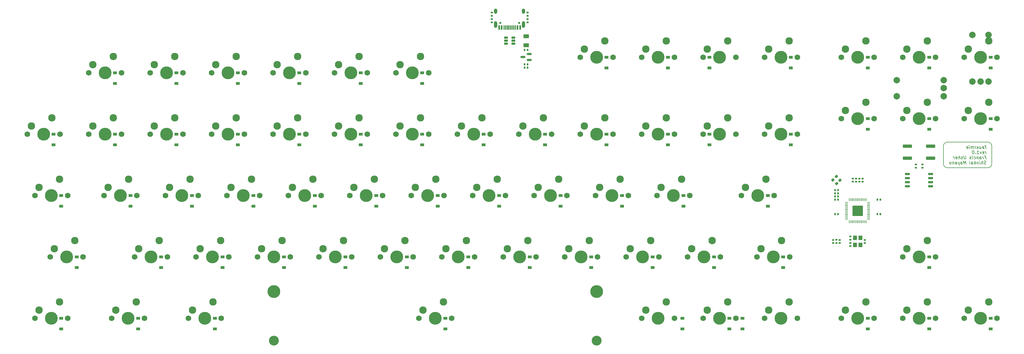
<source format=gbr>
%TF.GenerationSoftware,KiCad,Pcbnew,7.0.9*%
%TF.CreationDate,2024-01-10T17:03:39-08:00*%
%TF.ProjectId,40s-2040rmie,3430732d-3230-4343-9072-6d69652e6b69,rev?*%
%TF.SameCoordinates,Original*%
%TF.FileFunction,Soldermask,Bot*%
%TF.FilePolarity,Negative*%
%FSLAX46Y46*%
G04 Gerber Fmt 4.6, Leading zero omitted, Abs format (unit mm)*
G04 Created by KiCad (PCBNEW 7.0.9) date 2024-01-10 17:03:39*
%MOMM*%
%LPD*%
G01*
G04 APERTURE LIST*
G04 Aperture macros list*
%AMRoundRect*
0 Rectangle with rounded corners*
0 $1 Rounding radius*
0 $2 $3 $4 $5 $6 $7 $8 $9 X,Y pos of 4 corners*
0 Add a 4 corners polygon primitive as box body*
4,1,4,$2,$3,$4,$5,$6,$7,$8,$9,$2,$3,0*
0 Add four circle primitives for the rounded corners*
1,1,$1+$1,$2,$3*
1,1,$1+$1,$4,$5*
1,1,$1+$1,$6,$7*
1,1,$1+$1,$8,$9*
0 Add four rect primitives between the rounded corners*
20,1,$1+$1,$2,$3,$4,$5,0*
20,1,$1+$1,$4,$5,$6,$7,0*
20,1,$1+$1,$6,$7,$8,$9,0*
20,1,$1+$1,$8,$9,$2,$3,0*%
G04 Aperture macros list end*
%ADD10C,0.200000*%
%ADD11C,1.750000*%
%ADD12C,3.987800*%
%ADD13C,2.300000*%
%ADD14C,2.000000*%
%ADD15C,3.048000*%
%ADD16RoundRect,0.140000X-0.140000X-0.170000X0.140000X-0.170000X0.140000X0.170000X-0.140000X0.170000X0*%
%ADD17R,1.200000X0.900000*%
%ADD18RoundRect,0.135000X0.185000X-0.135000X0.185000X0.135000X-0.185000X0.135000X-0.185000X-0.135000X0*%
%ADD19RoundRect,0.140000X0.140000X0.170000X-0.140000X0.170000X-0.140000X-0.170000X0.140000X-0.170000X0*%
%ADD20RoundRect,0.200000X-0.335876X-0.053033X-0.053033X-0.335876X0.335876X0.053033X0.053033X0.335876X0*%
%ADD21RoundRect,0.135000X-0.185000X0.135000X-0.185000X-0.135000X0.185000X-0.135000X0.185000X0.135000X0*%
%ADD22R,1.200000X1.400000*%
%ADD23RoundRect,0.140000X0.170000X-0.140000X0.170000X0.140000X-0.170000X0.140000X-0.170000X-0.140000X0*%
%ADD24RoundRect,0.140000X-0.170000X0.140000X-0.170000X-0.140000X0.170000X-0.140000X0.170000X0.140000X0*%
%ADD25RoundRect,0.150000X0.587500X0.150000X-0.587500X0.150000X-0.587500X-0.150000X0.587500X-0.150000X0*%
%ADD26RoundRect,0.250000X0.625000X-0.375000X0.625000X0.375000X-0.625000X0.375000X-0.625000X-0.375000X0*%
%ADD27RoundRect,0.150000X0.650000X0.150000X-0.650000X0.150000X-0.650000X-0.150000X0.650000X-0.150000X0*%
%ADD28C,0.650000*%
%ADD29R,0.600000X1.450000*%
%ADD30R,0.300000X1.450000*%
%ADD31O,1.000000X1.600000*%
%ADD32O,1.000000X2.100000*%
%ADD33RoundRect,0.050000X0.387500X0.050000X-0.387500X0.050000X-0.387500X-0.050000X0.387500X-0.050000X0*%
%ADD34RoundRect,0.050000X0.050000X0.387500X-0.050000X0.387500X-0.050000X-0.387500X0.050000X-0.387500X0*%
%ADD35RoundRect,0.144000X1.456000X1.456000X-1.456000X1.456000X-1.456000X-1.456000X1.456000X-1.456000X0*%
%ADD36RoundRect,0.275000X-1.125000X-0.275000X1.125000X-0.275000X1.125000X0.275000X-1.125000X0.275000X0*%
%ADD37RoundRect,0.150000X-0.475000X-0.150000X0.475000X-0.150000X0.475000X0.150000X-0.475000X0.150000X0*%
G04 APERTURE END LIST*
D10*
X280245950Y-21519750D02*
G75*
G03*
X278995950Y-22769750I50J-1250050D01*
G01*
X278995950Y-28269750D02*
X278995950Y-22769750D01*
X292745950Y-29519750D02*
G75*
G03*
X293995950Y-28269750I-50J1250050D01*
G01*
X293995950Y-22769750D02*
G75*
G03*
X292745950Y-21519750I-1250050J-50D01*
G01*
X278995950Y-28269750D02*
G75*
G03*
X280245950Y-29519750I1250050J50D01*
G01*
X292745950Y-29519750D02*
X280245950Y-29519750D01*
X293995950Y-22769750D02*
X293995950Y-28269750D01*
X280245950Y-21519750D02*
X292745950Y-21519750D01*
X292249527Y-22890302D02*
X291868575Y-22890302D01*
X292190004Y-23556969D02*
X292082861Y-22699826D01*
X292082861Y-22699826D02*
X292023337Y-22604588D01*
X292023337Y-22604588D02*
X291922147Y-22556969D01*
X291922147Y-22556969D02*
X291826908Y-22556969D01*
X291190003Y-23556969D02*
X291124527Y-23033159D01*
X291124527Y-23033159D02*
X291160241Y-22937921D01*
X291160241Y-22937921D02*
X291249527Y-22890302D01*
X291249527Y-22890302D02*
X291440003Y-22890302D01*
X291440003Y-22890302D02*
X291541194Y-22937921D01*
X291184051Y-23509350D02*
X291285241Y-23556969D01*
X291285241Y-23556969D02*
X291523337Y-23556969D01*
X291523337Y-23556969D02*
X291612622Y-23509350D01*
X291612622Y-23509350D02*
X291648337Y-23414111D01*
X291648337Y-23414111D02*
X291636432Y-23318873D01*
X291636432Y-23318873D02*
X291576908Y-23223635D01*
X291576908Y-23223635D02*
X291475718Y-23176016D01*
X291475718Y-23176016D02*
X291237622Y-23176016D01*
X291237622Y-23176016D02*
X291136432Y-23128397D01*
X290201908Y-22890302D02*
X290285241Y-23556969D01*
X290630479Y-22890302D02*
X290695956Y-23414111D01*
X290695956Y-23414111D02*
X290660241Y-23509350D01*
X290660241Y-23509350D02*
X290570956Y-23556969D01*
X290570956Y-23556969D02*
X290428098Y-23556969D01*
X290428098Y-23556969D02*
X290326908Y-23509350D01*
X290326908Y-23509350D02*
X290273336Y-23461730D01*
X289904289Y-23556969D02*
X289297146Y-22890302D01*
X289820955Y-22890302D02*
X289380479Y-23556969D01*
X288999527Y-23556969D02*
X288916193Y-22890302D01*
X288940003Y-23080778D02*
X288880479Y-22985540D01*
X288880479Y-22985540D02*
X288826908Y-22937921D01*
X288826908Y-22937921D02*
X288725717Y-22890302D01*
X288725717Y-22890302D02*
X288630479Y-22890302D01*
X288380479Y-23556969D02*
X288297145Y-22890302D01*
X288309050Y-22985540D02*
X288255479Y-22937921D01*
X288255479Y-22937921D02*
X288154288Y-22890302D01*
X288154288Y-22890302D02*
X288011431Y-22890302D01*
X288011431Y-22890302D02*
X287922145Y-22937921D01*
X287922145Y-22937921D02*
X287886431Y-23033159D01*
X287886431Y-23033159D02*
X287951907Y-23556969D01*
X287886431Y-23033159D02*
X287826907Y-22937921D01*
X287826907Y-22937921D02*
X287725717Y-22890302D01*
X287725717Y-22890302D02*
X287582860Y-22890302D01*
X287582860Y-22890302D02*
X287493574Y-22937921D01*
X287493574Y-22937921D02*
X287457860Y-23033159D01*
X287457860Y-23033159D02*
X287523336Y-23556969D01*
X287047146Y-23556969D02*
X286963812Y-22890302D01*
X286922146Y-22556969D02*
X286975717Y-22604588D01*
X286975717Y-22604588D02*
X286934050Y-22652207D01*
X286934050Y-22652207D02*
X286880479Y-22604588D01*
X286880479Y-22604588D02*
X286922146Y-22556969D01*
X286922146Y-22556969D02*
X286934050Y-22652207D01*
X286184051Y-23509350D02*
X286285241Y-23556969D01*
X286285241Y-23556969D02*
X286475718Y-23556969D01*
X286475718Y-23556969D02*
X286565003Y-23509350D01*
X286565003Y-23509350D02*
X286600718Y-23414111D01*
X286600718Y-23414111D02*
X286553099Y-23033159D01*
X286553099Y-23033159D02*
X286493575Y-22937921D01*
X286493575Y-22937921D02*
X286392384Y-22890302D01*
X286392384Y-22890302D02*
X286201908Y-22890302D01*
X286201908Y-22890302D02*
X286112622Y-22937921D01*
X286112622Y-22937921D02*
X286076908Y-23033159D01*
X286076908Y-23033159D02*
X286088813Y-23128397D01*
X286088813Y-23128397D02*
X286576908Y-23223635D01*
X292190004Y-25166969D02*
X292106670Y-24500302D01*
X292130480Y-24690778D02*
X292070956Y-24595540D01*
X292070956Y-24595540D02*
X292017385Y-24547921D01*
X292017385Y-24547921D02*
X291916194Y-24500302D01*
X291916194Y-24500302D02*
X291820956Y-24500302D01*
X291184051Y-25119350D02*
X291285241Y-25166969D01*
X291285241Y-25166969D02*
X291475718Y-25166969D01*
X291475718Y-25166969D02*
X291565003Y-25119350D01*
X291565003Y-25119350D02*
X291600718Y-25024111D01*
X291600718Y-25024111D02*
X291553099Y-24643159D01*
X291553099Y-24643159D02*
X291493575Y-24547921D01*
X291493575Y-24547921D02*
X291392384Y-24500302D01*
X291392384Y-24500302D02*
X291201908Y-24500302D01*
X291201908Y-24500302D02*
X291112622Y-24547921D01*
X291112622Y-24547921D02*
X291076908Y-24643159D01*
X291076908Y-24643159D02*
X291088813Y-24738397D01*
X291088813Y-24738397D02*
X291576908Y-24833635D01*
X290725717Y-24500302D02*
X290570956Y-25166969D01*
X290570956Y-25166969D02*
X290249527Y-24500302D01*
X289428098Y-25166969D02*
X289999527Y-25166969D01*
X289713812Y-25166969D02*
X289588812Y-24166969D01*
X289588812Y-24166969D02*
X289701908Y-24309826D01*
X289701908Y-24309826D02*
X289809051Y-24405064D01*
X289809051Y-24405064D02*
X289910241Y-24452683D01*
X288987622Y-25071730D02*
X288945955Y-25119350D01*
X288945955Y-25119350D02*
X288999527Y-25166969D01*
X288999527Y-25166969D02*
X289041193Y-25119350D01*
X289041193Y-25119350D02*
X288987622Y-25071730D01*
X288987622Y-25071730D02*
X288999527Y-25166969D01*
X288207860Y-24166969D02*
X288112622Y-24166969D01*
X288112622Y-24166969D02*
X288023337Y-24214588D01*
X288023337Y-24214588D02*
X287981670Y-24262207D01*
X287981670Y-24262207D02*
X287945956Y-24357445D01*
X287945956Y-24357445D02*
X287922146Y-24547921D01*
X287922146Y-24547921D02*
X287951908Y-24786016D01*
X287951908Y-24786016D02*
X288023337Y-24976492D01*
X288023337Y-24976492D02*
X288082860Y-25071730D01*
X288082860Y-25071730D02*
X288136432Y-25119350D01*
X288136432Y-25119350D02*
X288237622Y-25166969D01*
X288237622Y-25166969D02*
X288332860Y-25166969D01*
X288332860Y-25166969D02*
X288422146Y-25119350D01*
X288422146Y-25119350D02*
X288463813Y-25071730D01*
X288463813Y-25071730D02*
X288499527Y-24976492D01*
X288499527Y-24976492D02*
X288523337Y-24786016D01*
X288523337Y-24786016D02*
X288493575Y-24547921D01*
X288493575Y-24547921D02*
X288422146Y-24357445D01*
X288422146Y-24357445D02*
X288362622Y-24262207D01*
X288362622Y-24262207D02*
X288309051Y-24214588D01*
X288309051Y-24214588D02*
X288207860Y-24166969D01*
X291791194Y-26253159D02*
X292124527Y-26253159D01*
X292190004Y-26776969D02*
X292065004Y-25776969D01*
X292065004Y-25776969D02*
X291588813Y-25776969D01*
X291332861Y-26776969D02*
X291249527Y-26110302D01*
X291273337Y-26300778D02*
X291213813Y-26205540D01*
X291213813Y-26205540D02*
X291160242Y-26157921D01*
X291160242Y-26157921D02*
X291059051Y-26110302D01*
X291059051Y-26110302D02*
X290963813Y-26110302D01*
X290285241Y-26776969D02*
X290219765Y-26253159D01*
X290219765Y-26253159D02*
X290255479Y-26157921D01*
X290255479Y-26157921D02*
X290344765Y-26110302D01*
X290344765Y-26110302D02*
X290535241Y-26110302D01*
X290535241Y-26110302D02*
X290636432Y-26157921D01*
X290279289Y-26729350D02*
X290380479Y-26776969D01*
X290380479Y-26776969D02*
X290618575Y-26776969D01*
X290618575Y-26776969D02*
X290707860Y-26729350D01*
X290707860Y-26729350D02*
X290743575Y-26634111D01*
X290743575Y-26634111D02*
X290731670Y-26538873D01*
X290731670Y-26538873D02*
X290672146Y-26443635D01*
X290672146Y-26443635D02*
X290570956Y-26396016D01*
X290570956Y-26396016D02*
X290332860Y-26396016D01*
X290332860Y-26396016D02*
X290231670Y-26348397D01*
X289725717Y-26110302D02*
X289809051Y-26776969D01*
X289737622Y-26205540D02*
X289684051Y-26157921D01*
X289684051Y-26157921D02*
X289582860Y-26110302D01*
X289582860Y-26110302D02*
X289440003Y-26110302D01*
X289440003Y-26110302D02*
X289350717Y-26157921D01*
X289350717Y-26157921D02*
X289315003Y-26253159D01*
X289315003Y-26253159D02*
X289380479Y-26776969D01*
X288469765Y-26729350D02*
X288570955Y-26776969D01*
X288570955Y-26776969D02*
X288761432Y-26776969D01*
X288761432Y-26776969D02*
X288850717Y-26729350D01*
X288850717Y-26729350D02*
X288892384Y-26681730D01*
X288892384Y-26681730D02*
X288928098Y-26586492D01*
X288928098Y-26586492D02*
X288892384Y-26300778D01*
X288892384Y-26300778D02*
X288832860Y-26205540D01*
X288832860Y-26205540D02*
X288779289Y-26157921D01*
X288779289Y-26157921D02*
X288678098Y-26110302D01*
X288678098Y-26110302D02*
X288487622Y-26110302D01*
X288487622Y-26110302D02*
X288398336Y-26157921D01*
X288047146Y-26776969D02*
X287963812Y-26110302D01*
X287922146Y-25776969D02*
X287975717Y-25824588D01*
X287975717Y-25824588D02*
X287934050Y-25872207D01*
X287934050Y-25872207D02*
X287880479Y-25824588D01*
X287880479Y-25824588D02*
X287922146Y-25776969D01*
X287922146Y-25776969D02*
X287934050Y-25872207D01*
X287612622Y-26729350D02*
X287523337Y-26776969D01*
X287523337Y-26776969D02*
X287332860Y-26776969D01*
X287332860Y-26776969D02*
X287231670Y-26729350D01*
X287231670Y-26729350D02*
X287172146Y-26634111D01*
X287172146Y-26634111D02*
X287166194Y-26586492D01*
X287166194Y-26586492D02*
X287201908Y-26491254D01*
X287201908Y-26491254D02*
X287291194Y-26443635D01*
X287291194Y-26443635D02*
X287434051Y-26443635D01*
X287434051Y-26443635D02*
X287523337Y-26396016D01*
X287523337Y-26396016D02*
X287559051Y-26300778D01*
X287559051Y-26300778D02*
X287553099Y-26253159D01*
X287553099Y-26253159D02*
X287493575Y-26157921D01*
X287493575Y-26157921D02*
X287392384Y-26110302D01*
X287392384Y-26110302D02*
X287249527Y-26110302D01*
X287249527Y-26110302D02*
X287160241Y-26157921D01*
X285874527Y-25776969D02*
X285975717Y-26586492D01*
X285975717Y-26586492D02*
X285940003Y-26681730D01*
X285940003Y-26681730D02*
X285898336Y-26729350D01*
X285898336Y-26729350D02*
X285809050Y-26776969D01*
X285809050Y-26776969D02*
X285618574Y-26776969D01*
X285618574Y-26776969D02*
X285517384Y-26729350D01*
X285517384Y-26729350D02*
X285463812Y-26681730D01*
X285463812Y-26681730D02*
X285404289Y-26586492D01*
X285404289Y-26586492D02*
X285303098Y-25776969D01*
X284993574Y-26729350D02*
X284904289Y-26776969D01*
X284904289Y-26776969D02*
X284713812Y-26776969D01*
X284713812Y-26776969D02*
X284612622Y-26729350D01*
X284612622Y-26729350D02*
X284553098Y-26634111D01*
X284553098Y-26634111D02*
X284547146Y-26586492D01*
X284547146Y-26586492D02*
X284582860Y-26491254D01*
X284582860Y-26491254D02*
X284672146Y-26443635D01*
X284672146Y-26443635D02*
X284815003Y-26443635D01*
X284815003Y-26443635D02*
X284904289Y-26396016D01*
X284904289Y-26396016D02*
X284940003Y-26300778D01*
X284940003Y-26300778D02*
X284934051Y-26253159D01*
X284934051Y-26253159D02*
X284874527Y-26157921D01*
X284874527Y-26157921D02*
X284773336Y-26110302D01*
X284773336Y-26110302D02*
X284630479Y-26110302D01*
X284630479Y-26110302D02*
X284541193Y-26157921D01*
X284142384Y-26776969D02*
X284017384Y-25776969D01*
X283713812Y-26776969D02*
X283648336Y-26253159D01*
X283648336Y-26253159D02*
X283684050Y-26157921D01*
X283684050Y-26157921D02*
X283773336Y-26110302D01*
X283773336Y-26110302D02*
X283916193Y-26110302D01*
X283916193Y-26110302D02*
X284017384Y-26157921D01*
X284017384Y-26157921D02*
X284070955Y-26205540D01*
X282850717Y-26729350D02*
X282951907Y-26776969D01*
X282951907Y-26776969D02*
X283142384Y-26776969D01*
X283142384Y-26776969D02*
X283231669Y-26729350D01*
X283231669Y-26729350D02*
X283267384Y-26634111D01*
X283267384Y-26634111D02*
X283219765Y-26253159D01*
X283219765Y-26253159D02*
X283160241Y-26157921D01*
X283160241Y-26157921D02*
X283059050Y-26110302D01*
X283059050Y-26110302D02*
X282868574Y-26110302D01*
X282868574Y-26110302D02*
X282779288Y-26157921D01*
X282779288Y-26157921D02*
X282743574Y-26253159D01*
X282743574Y-26253159D02*
X282755479Y-26348397D01*
X282755479Y-26348397D02*
X283243574Y-26443635D01*
X282380479Y-26776969D02*
X282297145Y-26110302D01*
X282320955Y-26300778D02*
X282261431Y-26205540D01*
X282261431Y-26205540D02*
X282207860Y-26157921D01*
X282207860Y-26157921D02*
X282106669Y-26110302D01*
X282106669Y-26110302D02*
X282011431Y-26110302D01*
X292231670Y-28339350D02*
X292094766Y-28386969D01*
X292094766Y-28386969D02*
X291856670Y-28386969D01*
X291856670Y-28386969D02*
X291755480Y-28339350D01*
X291755480Y-28339350D02*
X291701908Y-28291730D01*
X291701908Y-28291730D02*
X291642385Y-28196492D01*
X291642385Y-28196492D02*
X291630480Y-28101254D01*
X291630480Y-28101254D02*
X291666194Y-28006016D01*
X291666194Y-28006016D02*
X291707861Y-27958397D01*
X291707861Y-27958397D02*
X291797147Y-27910778D01*
X291797147Y-27910778D02*
X291981670Y-27863159D01*
X291981670Y-27863159D02*
X292070956Y-27815540D01*
X292070956Y-27815540D02*
X292112623Y-27767921D01*
X292112623Y-27767921D02*
X292148337Y-27672683D01*
X292148337Y-27672683D02*
X292136432Y-27577445D01*
X292136432Y-27577445D02*
X292076908Y-27482207D01*
X292076908Y-27482207D02*
X292023337Y-27434588D01*
X292023337Y-27434588D02*
X291922147Y-27386969D01*
X291922147Y-27386969D02*
X291684051Y-27386969D01*
X291684051Y-27386969D02*
X291547147Y-27434588D01*
X291237623Y-28386969D02*
X291112623Y-27386969D01*
X290809051Y-28386969D02*
X290743575Y-27863159D01*
X290743575Y-27863159D02*
X290779289Y-27767921D01*
X290779289Y-27767921D02*
X290868575Y-27720302D01*
X290868575Y-27720302D02*
X291011432Y-27720302D01*
X291011432Y-27720302D02*
X291112623Y-27767921D01*
X291112623Y-27767921D02*
X291166194Y-27815540D01*
X290332861Y-28386969D02*
X290249527Y-27720302D01*
X290207861Y-27386969D02*
X290261432Y-27434588D01*
X290261432Y-27434588D02*
X290219765Y-27482207D01*
X290219765Y-27482207D02*
X290166194Y-27434588D01*
X290166194Y-27434588D02*
X290207861Y-27386969D01*
X290207861Y-27386969D02*
X290219765Y-27482207D01*
X289773337Y-27720302D02*
X289856671Y-28386969D01*
X289785242Y-27815540D02*
X289731671Y-27767921D01*
X289731671Y-27767921D02*
X289630480Y-27720302D01*
X289630480Y-27720302D02*
X289487623Y-27720302D01*
X289487623Y-27720302D02*
X289398337Y-27767921D01*
X289398337Y-27767921D02*
X289362623Y-27863159D01*
X289362623Y-27863159D02*
X289428099Y-28386969D01*
X288951909Y-28386969D02*
X288826909Y-27386969D01*
X288809052Y-28006016D02*
X288570956Y-28386969D01*
X288487623Y-27720302D02*
X288916194Y-28101254D01*
X287713813Y-28386969D02*
X287648337Y-27863159D01*
X287648337Y-27863159D02*
X287684051Y-27767921D01*
X287684051Y-27767921D02*
X287773337Y-27720302D01*
X287773337Y-27720302D02*
X287963813Y-27720302D01*
X287963813Y-27720302D02*
X288065004Y-27767921D01*
X287707861Y-28339350D02*
X287809051Y-28386969D01*
X287809051Y-28386969D02*
X288047147Y-28386969D01*
X288047147Y-28386969D02*
X288136432Y-28339350D01*
X288136432Y-28339350D02*
X288172147Y-28244111D01*
X288172147Y-28244111D02*
X288160242Y-28148873D01*
X288160242Y-28148873D02*
X288100718Y-28053635D01*
X288100718Y-28053635D02*
X287999528Y-28006016D01*
X287999528Y-28006016D02*
X287761432Y-28006016D01*
X287761432Y-28006016D02*
X287660242Y-27958397D01*
X287237623Y-28386969D02*
X287154289Y-27720302D01*
X287112623Y-27386969D02*
X287166194Y-27434588D01*
X287166194Y-27434588D02*
X287124527Y-27482207D01*
X287124527Y-27482207D02*
X287070956Y-27434588D01*
X287070956Y-27434588D02*
X287112623Y-27386969D01*
X287112623Y-27386969D02*
X287124527Y-27482207D01*
X285999528Y-28386969D02*
X285874528Y-27386969D01*
X285874528Y-27386969D02*
X285630480Y-28101254D01*
X285630480Y-28101254D02*
X285207861Y-27386969D01*
X285207861Y-27386969D02*
X285332861Y-28386969D01*
X284428099Y-28386969D02*
X284362623Y-27863159D01*
X284362623Y-27863159D02*
X284398337Y-27767921D01*
X284398337Y-27767921D02*
X284487623Y-27720302D01*
X284487623Y-27720302D02*
X284678099Y-27720302D01*
X284678099Y-27720302D02*
X284779290Y-27767921D01*
X284422147Y-28339350D02*
X284523337Y-28386969D01*
X284523337Y-28386969D02*
X284761433Y-28386969D01*
X284761433Y-28386969D02*
X284850718Y-28339350D01*
X284850718Y-28339350D02*
X284886433Y-28244111D01*
X284886433Y-28244111D02*
X284874528Y-28148873D01*
X284874528Y-28148873D02*
X284815004Y-28053635D01*
X284815004Y-28053635D02*
X284713814Y-28006016D01*
X284713814Y-28006016D02*
X284475718Y-28006016D01*
X284475718Y-28006016D02*
X284374528Y-27958397D01*
X283963813Y-27720302D02*
X283809052Y-28386969D01*
X283487623Y-27720302D02*
X283809052Y-28386969D01*
X283809052Y-28386969D02*
X283934052Y-28625064D01*
X283934052Y-28625064D02*
X283987623Y-28672683D01*
X283987623Y-28672683D02*
X284088813Y-28720302D01*
X282761432Y-28386969D02*
X282695956Y-27863159D01*
X282695956Y-27863159D02*
X282731670Y-27767921D01*
X282731670Y-27767921D02*
X282820956Y-27720302D01*
X282820956Y-27720302D02*
X283011432Y-27720302D01*
X283011432Y-27720302D02*
X283112623Y-27767921D01*
X282755480Y-28339350D02*
X282856670Y-28386969D01*
X282856670Y-28386969D02*
X283094766Y-28386969D01*
X283094766Y-28386969D02*
X283184051Y-28339350D01*
X283184051Y-28339350D02*
X283219766Y-28244111D01*
X283219766Y-28244111D02*
X283207861Y-28148873D01*
X283207861Y-28148873D02*
X283148337Y-28053635D01*
X283148337Y-28053635D02*
X283047147Y-28006016D01*
X283047147Y-28006016D02*
X282809051Y-28006016D01*
X282809051Y-28006016D02*
X282707861Y-27958397D01*
X282201908Y-27720302D02*
X282285242Y-28386969D01*
X282213813Y-27815540D02*
X282160242Y-27767921D01*
X282160242Y-27767921D02*
X282059051Y-27720302D01*
X282059051Y-27720302D02*
X281916194Y-27720302D01*
X281916194Y-27720302D02*
X281826908Y-27767921D01*
X281826908Y-27767921D02*
X281791194Y-27863159D01*
X281791194Y-27863159D02*
X281856670Y-28386969D01*
X281237623Y-28386969D02*
X281326908Y-28339350D01*
X281326908Y-28339350D02*
X281368575Y-28291730D01*
X281368575Y-28291730D02*
X281404289Y-28196492D01*
X281404289Y-28196492D02*
X281368575Y-27910778D01*
X281368575Y-27910778D02*
X281309051Y-27815540D01*
X281309051Y-27815540D02*
X281255480Y-27767921D01*
X281255480Y-27767921D02*
X281154289Y-27720302D01*
X281154289Y-27720302D02*
X281011432Y-27720302D01*
X281011432Y-27720302D02*
X280922146Y-27767921D01*
X280922146Y-27767921D02*
X280880480Y-27815540D01*
X280880480Y-27815540D02*
X280844765Y-27910778D01*
X280844765Y-27910778D02*
X280880480Y-28196492D01*
X280880480Y-28196492D02*
X280940003Y-28291730D01*
X280940003Y-28291730D02*
X280993575Y-28339350D01*
X280993575Y-28339350D02*
X281094765Y-28386969D01*
X281094765Y-28386969D02*
X281237623Y-28386969D01*
D11*
%TO.C,MX3-2*%
X47307500Y-57150000D03*
D12*
X52387500Y-57150000D03*
D11*
X57467500Y-57150000D03*
D13*
X48577500Y-54610000D03*
X54927500Y-52070000D03*
%TD*%
D11*
%TO.C,MX3-14*%
X266382500Y-57150000D03*
D12*
X271462500Y-57150000D03*
D11*
X276542500Y-57150000D03*
D13*
X267652500Y-54610000D03*
X274002500Y-52070000D03*
%TD*%
D11*
%TO.C,MX0-9*%
X166370000Y4762500D03*
D12*
X171450000Y4762500D03*
D11*
X176530000Y4762500D03*
D13*
X167640000Y7302500D03*
X173990000Y9842500D03*
%TD*%
D11*
%TO.C,MX4-0*%
X-2698750Y-76200000D03*
D12*
X2381250Y-76200000D03*
D11*
X7461250Y-76200000D03*
D13*
X-1428750Y-73660000D03*
X4921250Y-71120000D03*
%TD*%
D11*
%TO.C,MX2-10*%
X190182500Y-38100000D03*
D12*
X195262500Y-38100000D03*
D11*
X200342500Y-38100000D03*
D13*
X191452500Y-35560000D03*
X197802500Y-33020000D03*
%TD*%
D11*
%TO.C,MX1-7*%
X128270000Y-19050000D03*
D12*
X133350000Y-19050000D03*
D11*
X138430000Y-19050000D03*
D13*
X129540000Y-16510000D03*
X135890000Y-13970000D03*
%TD*%
D11*
%TO.C,MX0-15*%
X285432500Y4762500D03*
D12*
X290512500Y4762500D03*
D11*
X295592500Y4762500D03*
D13*
X286702500Y7302500D03*
X293052500Y9842500D03*
%TD*%
D11*
%TO.C,MX0-2*%
X33020000Y0D03*
D12*
X38100000Y0D03*
D11*
X43180000Y0D03*
D13*
X34290000Y2540000D03*
X40640000Y5080000D03*
%TD*%
D11*
%TO.C,MX0-14*%
X266382500Y4762500D03*
D12*
X271462500Y4762500D03*
D11*
X276542500Y4762500D03*
D13*
X267652500Y7302500D03*
X274002500Y9842500D03*
%TD*%
D11*
%TO.C,MX0-3*%
X52070000Y0D03*
D12*
X57150000Y0D03*
D11*
X62230000Y0D03*
D13*
X53340000Y2540000D03*
X59690000Y5080000D03*
%TD*%
D11*
%TO.C,MX0-10*%
X185420000Y4762500D03*
D12*
X190500000Y4762500D03*
D11*
X195580000Y4762500D03*
D13*
X186690000Y7302500D03*
X193040000Y9842500D03*
%TD*%
D11*
%TO.C,MX4-10*%
X204470000Y-76200000D03*
D12*
X209550000Y-76200000D03*
D11*
X214630000Y-76200000D03*
D13*
X205740000Y-73660000D03*
X212090000Y-71120000D03*
%TD*%
D11*
%TO.C,MX1-15*%
X285432500Y-14287500D03*
D12*
X290512500Y-14287500D03*
D11*
X295592500Y-14287500D03*
D13*
X286702500Y-11747500D03*
X293052500Y-9207500D03*
%TD*%
D11*
%TO.C,MX3-3*%
X66357500Y-57150000D03*
D12*
X71437500Y-57150000D03*
D11*
X76517500Y-57150000D03*
D13*
X67627500Y-54610000D03*
X73977500Y-52070000D03*
%TD*%
D11*
%TO.C,MX1-8*%
X147320000Y-19050000D03*
D12*
X152400000Y-19050000D03*
D11*
X157480000Y-19050000D03*
D13*
X148590000Y-16510000D03*
X154940000Y-13970000D03*
%TD*%
D11*
%TO.C,MX1-14*%
X266382500Y-14287500D03*
D12*
X271462500Y-14287500D03*
D11*
X276542500Y-14287500D03*
D13*
X267652500Y-11747500D03*
X274002500Y-9207500D03*
%TD*%
D11*
%TO.C,MX1-6*%
X109220000Y-19050000D03*
D12*
X114300000Y-19050000D03*
D11*
X119380000Y-19050000D03*
D13*
X110490000Y-16510000D03*
X116840000Y-13970000D03*
%TD*%
D11*
%TO.C,MX4-5*%
X116363750Y-76200000D03*
D12*
X121443750Y-76200000D03*
D11*
X126523750Y-76200000D03*
D13*
X117633750Y-73660000D03*
X123983750Y-71120000D03*
%TD*%
D11*
%TO.C,MX2-11*%
X216376250Y-38100000D03*
D12*
X221456250Y-38100000D03*
D11*
X226536250Y-38100000D03*
D13*
X217646250Y-35560000D03*
X223996250Y-33020000D03*
%TD*%
D11*
%TO.C,MX3-10*%
X199707500Y-57150000D03*
D12*
X204787500Y-57150000D03*
D11*
X209867500Y-57150000D03*
D13*
X200977500Y-54610000D03*
X207327500Y-52070000D03*
%TD*%
D11*
%TO.C,MX2-1*%
X18732500Y-38100000D03*
D12*
X23812500Y-38100000D03*
D11*
X28892500Y-38100000D03*
D13*
X20002500Y-35560000D03*
X26352500Y-33020000D03*
%TD*%
D11*
%TO.C,MX1-4*%
X71120000Y-19050000D03*
D12*
X76200000Y-19050000D03*
D11*
X81280000Y-19050000D03*
D13*
X72390000Y-16510000D03*
X78740000Y-13970000D03*
%TD*%
D11*
%TO.C,MX3-9*%
X180657500Y-57150000D03*
D12*
X185737500Y-57150000D03*
D11*
X190817500Y-57150000D03*
D13*
X181927500Y-54610000D03*
X188277500Y-52070000D03*
%TD*%
D11*
%TO.C,MX1-13*%
X247332500Y-14287500D03*
D12*
X252412500Y-14287500D03*
D11*
X257492500Y-14287500D03*
D13*
X248602500Y-11747500D03*
X254952500Y-9207500D03*
%TD*%
D11*
%TO.C,MX3-11*%
X221138750Y-57150000D03*
D12*
X226218750Y-57150000D03*
D11*
X231298750Y-57150000D03*
D13*
X222408750Y-54610000D03*
X228758750Y-52070000D03*
%TD*%
D11*
%TO.C,MX2-8*%
X152082500Y-38100000D03*
D12*
X157162500Y-38100000D03*
D11*
X162242500Y-38100000D03*
D13*
X153352500Y-35560000D03*
X159702500Y-33020000D03*
%TD*%
D11*
%TO.C,MX2-5*%
X94932500Y-38100000D03*
D12*
X100012500Y-38100000D03*
D11*
X105092500Y-38100000D03*
D13*
X96202500Y-35560000D03*
X102552500Y-33020000D03*
%TD*%
D11*
%TO.C,MX2-3*%
X56832500Y-38100000D03*
D12*
X61912500Y-38100000D03*
D11*
X66992500Y-38100000D03*
D13*
X58102500Y-35560000D03*
X64452500Y-33020000D03*
%TD*%
D11*
%TO.C,MX3-8*%
X161607500Y-57150000D03*
D12*
X166687500Y-57150000D03*
D11*
X171767500Y-57150000D03*
D13*
X162877500Y-54610000D03*
X169227500Y-52070000D03*
%TD*%
D11*
%TO.C,MX1-11*%
X204470000Y-19050000D03*
D12*
X209550000Y-19050000D03*
D11*
X214630000Y-19050000D03*
D13*
X205740000Y-16510000D03*
X212090000Y-13970000D03*
%TD*%
D11*
%TO.C,MX4-14*%
X266382500Y-76200000D03*
D12*
X271462500Y-76200000D03*
D11*
X276542500Y-76200000D03*
D13*
X267652500Y-73660000D03*
X274002500Y-71120000D03*
%TD*%
D11*
%TO.C,MX1-1*%
X13970000Y-19050000D03*
D12*
X19050000Y-19050000D03*
D11*
X24130000Y-19050000D03*
D13*
X15240000Y-16510000D03*
X21590000Y-13970000D03*
%TD*%
D11*
%TO.C,MX3-4*%
X85407500Y-57150000D03*
D12*
X90487500Y-57150000D03*
D11*
X95567500Y-57150000D03*
D13*
X86677500Y-54610000D03*
X93027500Y-52070000D03*
%TD*%
D11*
%TO.C,MX3-5*%
X104457500Y-57150000D03*
D12*
X109537500Y-57150000D03*
D11*
X114617500Y-57150000D03*
D13*
X105727500Y-54610000D03*
X112077500Y-52070000D03*
%TD*%
D11*
%TO.C,MX0-13*%
X247332500Y4762500D03*
D12*
X252412500Y4762500D03*
D11*
X257492500Y4762500D03*
D13*
X248602500Y7302500D03*
X254952500Y9842500D03*
%TD*%
D11*
%TO.C,MX1-12*%
X223520000Y-19050000D03*
D12*
X228600000Y-19050000D03*
D11*
X233680000Y-19050000D03*
D13*
X224790000Y-16510000D03*
X231140000Y-13970000D03*
%TD*%
D11*
%TO.C,MX1-2*%
X33020000Y-19050000D03*
D12*
X38100000Y-19050000D03*
D11*
X43180000Y-19050000D03*
D13*
X34290000Y-16510000D03*
X40640000Y-13970000D03*
%TD*%
D11*
%TO.C,MX1-10*%
X185420000Y-19050000D03*
D12*
X190500000Y-19050000D03*
D11*
X195580000Y-19050000D03*
D13*
X186690000Y-16510000D03*
X193040000Y-13970000D03*
%TD*%
D11*
%TO.C,MX1-3*%
X52070000Y-19050000D03*
D12*
X57150000Y-19050000D03*
D11*
X62230000Y-19050000D03*
D13*
X53340000Y-16510000D03*
X59690000Y-13970000D03*
%TD*%
D11*
%TO.C,MX4-13*%
X247332500Y-76200000D03*
D12*
X252412500Y-76200000D03*
D11*
X257492500Y-76200000D03*
D13*
X248602500Y-73660000D03*
X254952500Y-71120000D03*
%TD*%
D11*
%TO.C,MX1-5*%
X90170000Y-19050000D03*
D12*
X95250000Y-19050000D03*
D11*
X100330000Y-19050000D03*
D13*
X91440000Y-16510000D03*
X97790000Y-13970000D03*
%TD*%
D11*
%TO.C,MX2-6*%
X113982500Y-38100000D03*
D12*
X119062500Y-38100000D03*
D11*
X124142500Y-38100000D03*
D13*
X115252500Y-35560000D03*
X121602500Y-33020000D03*
%TD*%
D14*
%TO.C,RE2*%
X279065500Y-7302500D03*
X279065500Y-2302500D03*
X279065500Y-4802500D03*
X264565500Y-2302500D03*
X264565500Y-7302500D03*
%TD*%
D11*
%TO.C,MX2-7*%
X133032500Y-38100000D03*
D12*
X138112500Y-38100000D03*
D11*
X143192500Y-38100000D03*
D13*
X134302500Y-35560000D03*
X140652500Y-33020000D03*
%TD*%
D11*
%TO.C,MX2-9*%
X171132500Y-38100000D03*
D12*
X176212500Y-38100000D03*
D11*
X181292500Y-38100000D03*
D13*
X172402500Y-35560000D03*
X178752500Y-33020000D03*
%TD*%
D11*
%TO.C,MX4-2*%
X44926250Y-76200000D03*
D12*
X50006250Y-76200000D03*
D11*
X55086250Y-76200000D03*
D13*
X46196250Y-73660000D03*
X52546250Y-71120000D03*
%TD*%
D11*
%TO.C,MX4-11*%
X223520000Y-76200000D03*
D12*
X228600000Y-76200000D03*
D11*
X233680000Y-76200000D03*
D13*
X224790000Y-73660000D03*
X231140000Y-71120000D03*
%TD*%
D11*
%TO.C,MX4-1*%
X21113750Y-76200000D03*
D12*
X26193750Y-76200000D03*
D11*
X31273750Y-76200000D03*
D13*
X22383750Y-73660000D03*
X28733750Y-71120000D03*
%TD*%
D11*
%TO.C,MX0-5*%
X90170000Y0D03*
D12*
X95250000Y0D03*
D11*
X100330000Y0D03*
D13*
X91440000Y2540000D03*
X97790000Y5080000D03*
%TD*%
D11*
%TO.C,MX0-1*%
X13970000Y0D03*
D12*
X19050000Y0D03*
D11*
X24130000Y0D03*
D13*
X15240000Y2540000D03*
X21590000Y5080000D03*
%TD*%
D11*
%TO.C,MX3-1*%
X28257500Y-57150000D03*
D12*
X33337500Y-57150000D03*
D11*
X38417500Y-57150000D03*
D13*
X29527500Y-54610000D03*
X35877500Y-52070000D03*
%TD*%
D11*
%TO.C,MX3-7*%
X142557500Y-57150000D03*
D12*
X147637500Y-57150000D03*
D11*
X152717500Y-57150000D03*
D13*
X143827500Y-54610000D03*
X150177500Y-52070000D03*
%TD*%
D11*
%TO.C,MX0-6*%
X109220000Y0D03*
D12*
X114300000Y0D03*
D11*
X119380000Y0D03*
D13*
X110490000Y2540000D03*
X116840000Y5080000D03*
%TD*%
D11*
%TO.C,MX4-9*%
X185420000Y-76200000D03*
D12*
X190500000Y-76200000D03*
D11*
X195580000Y-76200000D03*
D13*
X186690000Y-73660000D03*
X193040000Y-71120000D03*
%TD*%
D14*
%TO.C,RE1*%
X288012500Y-2737500D03*
X293012500Y-2737500D03*
X290512500Y-2737500D03*
X293012500Y11762500D03*
X288012500Y11762500D03*
%TD*%
D11*
%TO.C,MX2-2*%
X37782500Y-38100000D03*
D12*
X42862500Y-38100000D03*
D11*
X47942500Y-38100000D03*
D13*
X39052500Y-35560000D03*
X45402500Y-33020000D03*
%TD*%
D11*
%TO.C,MX0-12*%
X223520000Y4762500D03*
D12*
X228600000Y4762500D03*
D11*
X233680000Y4762500D03*
D13*
X224790000Y7302500D03*
X231140000Y9842500D03*
%TD*%
D11*
%TO.C,MX1-9*%
X166370000Y-19050000D03*
D12*
X171450000Y-19050000D03*
D11*
X176530000Y-19050000D03*
D13*
X167640000Y-16510000D03*
X173990000Y-13970000D03*
%TD*%
D11*
%TO.C,MX2-4*%
X75882500Y-38100000D03*
D12*
X80962500Y-38100000D03*
D11*
X86042500Y-38100000D03*
D13*
X77152500Y-35560000D03*
X83502500Y-33020000D03*
%TD*%
D11*
%TO.C,MX4-15*%
X285432500Y-76200000D03*
D12*
X290512500Y-76200000D03*
D11*
X295592500Y-76200000D03*
D13*
X286702500Y-73660000D03*
X293052500Y-71120000D03*
%TD*%
D11*
%TO.C,MX1-0*%
X-5080000Y-19050000D03*
D12*
X0Y-19050000D03*
D11*
X5080000Y-19050000D03*
D13*
X-3810000Y-16510000D03*
X2540000Y-13970000D03*
%TD*%
D15*
%TO.C,ST-0*%
X171450000Y-83185000D03*
D12*
X171450000Y-67945000D03*
D15*
X71437500Y-83185000D03*
D12*
X71437500Y-67945000D03*
%TD*%
D11*
%TO.C,MX2-0*%
X-2698750Y-38100000D03*
D12*
X2381250Y-38100000D03*
D11*
X7461250Y-38100000D03*
D13*
X-1428750Y-35560000D03*
X4921250Y-33020000D03*
%TD*%
D11*
%TO.C,MX3-0*%
X2063750Y-57150000D03*
D12*
X7143750Y-57150000D03*
D11*
X12223750Y-57150000D03*
D13*
X3333750Y-54610000D03*
X9683750Y-52070000D03*
%TD*%
D11*
%TO.C,MX3-6*%
X123507500Y-57150000D03*
D12*
X128587500Y-57150000D03*
D11*
X133667500Y-57150000D03*
D13*
X124777500Y-54610000D03*
X131127500Y-52070000D03*
%TD*%
D11*
%TO.C,MX0-11*%
X204470000Y4762500D03*
D12*
X209550000Y4762500D03*
D11*
X214630000Y4762500D03*
D13*
X205740000Y7302500D03*
X212090000Y9842500D03*
%TD*%
D11*
%TO.C,MX0-4*%
X71120000Y0D03*
D12*
X76200000Y0D03*
D11*
X81280000Y0D03*
D13*
X72390000Y2540000D03*
X78740000Y5080000D03*
%TD*%
D16*
%TO.C,C17*%
X258502500Y-39425000D03*
X259462500Y-39425000D03*
%TD*%
D17*
%TO.C,D57*%
X29290000Y-79500000D03*
X29290000Y-76200000D03*
%TD*%
%TO.C,D41*%
X198362500Y-41400000D03*
X198362500Y-38100000D03*
%TD*%
D18*
%TO.C,R4*%
X250162500Y-51859375D03*
X250162500Y-50839375D03*
%TD*%
D19*
%TO.C,C11*%
X246322500Y-37425000D03*
X245362500Y-37425000D03*
%TD*%
D17*
%TO.C,D46*%
X74537500Y-60450000D03*
X74537500Y-57150000D03*
%TD*%
%TO.C,D34*%
X65012500Y-41400000D03*
X65012500Y-38100000D03*
%TD*%
%TO.C,D3*%
X41200000Y-3300000D03*
X41200000Y0D03*
%TD*%
D20*
%TO.C,R2*%
X245789466Y-32223808D03*
X246956192Y-33390534D03*
%TD*%
D16*
%TO.C,C19*%
X258502500Y-43862500D03*
X259462500Y-43862500D03*
%TD*%
D21*
%TO.C,R9*%
X245842500Y-51877500D03*
X245842500Y-52897500D03*
%TD*%
D22*
%TO.C,Y1*%
X251562500Y-53487500D03*
X251562500Y-51287500D03*
X253262500Y-51287500D03*
X253262500Y-53487500D03*
%TD*%
D19*
%TO.C,C7*%
X246322500Y-36425000D03*
X245362500Y-36425000D03*
%TD*%
D17*
%TO.C,D12*%
X255512500Y1462500D03*
X255512500Y4762500D03*
%TD*%
%TO.C,D5*%
X79300000Y-3300000D03*
X79300000Y0D03*
%TD*%
%TO.C,D48*%
X112637500Y-60450000D03*
X112637500Y-57150000D03*
%TD*%
D23*
%TO.C,C2*%
X250162500Y-53829375D03*
X250162500Y-52869375D03*
%TD*%
D17*
%TO.C,D65*%
X216693750Y-79500000D03*
X216693750Y-76200000D03*
%TD*%
%TO.C,D26*%
X206450000Y-22350000D03*
X206450000Y-19050000D03*
%TD*%
%TO.C,D39*%
X160262500Y-41400000D03*
X160262500Y-38100000D03*
%TD*%
%TO.C,D49*%
X131687500Y-60450000D03*
X131687500Y-57150000D03*
%TD*%
%TO.C,D10*%
X206450000Y1462500D03*
X206450000Y4762500D03*
%TD*%
D23*
%TO.C,C8*%
X252912500Y-33817500D03*
X252912500Y-32857500D03*
%TD*%
D17*
%TO.C,D43*%
X10243750Y-60450000D03*
X10243750Y-57150000D03*
%TD*%
%TO.C,D16*%
X22150000Y-22350000D03*
X22150000Y-19050000D03*
%TD*%
D24*
%TO.C,C20*%
X246842500Y-51907500D03*
X246842500Y-52867500D03*
%TD*%
D17*
%TO.C,D54*%
X229318750Y-60450000D03*
X229318750Y-57150000D03*
%TD*%
%TO.C,D58*%
X53110000Y-79500000D03*
X53110000Y-76200000D03*
%TD*%
D25*
%TO.C,U4*%
X150535250Y5814500D03*
X150535250Y3914500D03*
X148660250Y4864500D03*
%TD*%
D17*
%TO.C,D33*%
X45962500Y-41400000D03*
X45962500Y-38100000D03*
%TD*%
%TO.C,D7*%
X117400000Y-3300000D03*
X117400000Y0D03*
%TD*%
D20*
%TO.C,R3*%
X244728807Y-33284467D03*
X245895533Y-34451193D03*
%TD*%
D17*
%TO.C,D11*%
X231700000Y1462500D03*
X231700000Y4762500D03*
%TD*%
D26*
%TO.C,F1*%
X149597750Y8544500D03*
X149597750Y11344500D03*
%TD*%
D17*
%TO.C,D47*%
X93587500Y-60450000D03*
X93587500Y-57150000D03*
%TD*%
%TO.C,D22*%
X136450000Y-22350000D03*
X136450000Y-19050000D03*
%TD*%
%TO.C,D30*%
X293612500Y-17587500D03*
X293612500Y-14287500D03*
%TD*%
%TO.C,D37*%
X122162500Y-41400000D03*
X122162500Y-38100000D03*
%TD*%
%TO.C,D42*%
X224556250Y-41400000D03*
X224556250Y-38100000D03*
%TD*%
D16*
%TO.C,C10*%
X149117750Y1614500D03*
X150077750Y1614500D03*
%TD*%
D17*
%TO.C,D9*%
X193600000Y1462500D03*
X193600000Y4762500D03*
%TD*%
D24*
%TO.C,C9*%
X244842500Y-51907500D03*
X244842500Y-52867500D03*
%TD*%
D17*
%TO.C,D24*%
X174550000Y-22350000D03*
X174550000Y-19050000D03*
%TD*%
D27*
%TO.C,U3*%
X275062500Y-31432500D03*
X275062500Y-32702500D03*
X275062500Y-33972500D03*
X275062500Y-35242500D03*
X267862500Y-35242500D03*
X267862500Y-33972500D03*
X267862500Y-32702500D03*
X267862500Y-31432500D03*
%TD*%
D17*
%TO.C,D4*%
X60250000Y-3300000D03*
X60250000Y0D03*
%TD*%
D23*
%TO.C,C13*%
X251912500Y-33817500D03*
X251912500Y-32857500D03*
%TD*%
D24*
%TO.C,C4*%
X270462500Y-28506000D03*
X270462500Y-29466000D03*
%TD*%
D21*
%TO.C,R7*%
X150077750Y18684500D03*
X150077750Y17664500D03*
%TD*%
%TO.C,R8*%
X272462500Y-28476000D03*
X272462500Y-29496000D03*
%TD*%
D28*
%TO.C,USB1*%
X141617750Y15489500D03*
X147397750Y15489500D03*
D29*
X141257750Y14044500D03*
X142057750Y14044500D03*
D30*
X143257750Y14044500D03*
X144257750Y14044500D03*
X144757750Y14044500D03*
X145757750Y14044500D03*
D29*
X146957750Y14044500D03*
X147757750Y14044500D03*
X147757750Y14044500D03*
X146957750Y14044500D03*
D30*
X146257750Y14044500D03*
X145257750Y14044500D03*
X143757750Y14044500D03*
X142757750Y14044500D03*
D29*
X142057750Y14044500D03*
X141257750Y14044500D03*
D31*
X140187750Y19139500D03*
D32*
X140187750Y14959500D03*
D31*
X148827750Y19139500D03*
D32*
X148827750Y14959500D03*
%TD*%
D17*
%TO.C,D25*%
X193600000Y-22350000D03*
X193600000Y-19050000D03*
%TD*%
%TO.C,D18*%
X60250000Y-22350000D03*
X60250000Y-19050000D03*
%TD*%
%TO.C,D55*%
X274562500Y-60450000D03*
X274562500Y-57150000D03*
%TD*%
%TO.C,D40*%
X179312500Y-41400000D03*
X179312500Y-38100000D03*
%TD*%
D24*
%TO.C,C3*%
X138937750Y18654500D03*
X138937750Y17694500D03*
%TD*%
D23*
%TO.C,C14*%
X253912500Y-33817500D03*
X253912500Y-32857500D03*
%TD*%
D17*
%TO.C,D66*%
X255512500Y-79500000D03*
X255512500Y-76200000D03*
%TD*%
%TO.C,D52*%
X188837500Y-60450000D03*
X188837500Y-57150000D03*
%TD*%
%TO.C,D13*%
X274562500Y1462500D03*
X274562500Y4762500D03*
%TD*%
%TO.C,D8*%
X174550000Y1462500D03*
X174550000Y4762500D03*
%TD*%
%TO.C,D17*%
X41200000Y-22350000D03*
X41200000Y-19050000D03*
%TD*%
%TO.C,D50*%
X150737500Y-60450000D03*
X150737500Y-57150000D03*
%TD*%
%TO.C,D59*%
X124540000Y-79500000D03*
X124540000Y-76200000D03*
%TD*%
%TO.C,D68*%
X293612500Y-79500000D03*
X293612500Y-76200000D03*
%TD*%
%TO.C,D28*%
X255512500Y-17587500D03*
X255512500Y-14287500D03*
%TD*%
%TO.C,D31*%
X5481250Y-41400000D03*
X5481250Y-38100000D03*
%TD*%
%TO.C,D14*%
X293612500Y1462500D03*
X293612500Y4762500D03*
%TD*%
D23*
%TO.C,C1*%
X254662500Y-52867500D03*
X254662500Y-51907500D03*
%TD*%
D33*
%TO.C,U1*%
X255850000Y-40262500D03*
X255850000Y-40662500D03*
X255850000Y-41062500D03*
X255850000Y-41462500D03*
X255850000Y-41862500D03*
X255850000Y-42262500D03*
X255850000Y-42662500D03*
X255850000Y-43062500D03*
X255850000Y-43462500D03*
X255850000Y-43862500D03*
X255850000Y-44262500D03*
X255850000Y-44662500D03*
X255850000Y-45062500D03*
X255850000Y-45462500D03*
D34*
X255012500Y-46300000D03*
X254612500Y-46300000D03*
X254212500Y-46300000D03*
X253812500Y-46300000D03*
X253412500Y-46300000D03*
X253012500Y-46300000D03*
X252612500Y-46300000D03*
X252212500Y-46300000D03*
X251812500Y-46300000D03*
X251412500Y-46300000D03*
X251012500Y-46300000D03*
X250612500Y-46300000D03*
X250212500Y-46300000D03*
X249812500Y-46300000D03*
D33*
X248975000Y-45462500D03*
X248975000Y-45062500D03*
X248975000Y-44662500D03*
X248975000Y-44262500D03*
X248975000Y-43862500D03*
X248975000Y-43462500D03*
X248975000Y-43062500D03*
X248975000Y-42662500D03*
X248975000Y-42262500D03*
X248975000Y-41862500D03*
X248975000Y-41462500D03*
X248975000Y-41062500D03*
X248975000Y-40662500D03*
X248975000Y-40262500D03*
D34*
X249812500Y-39425000D03*
X250212500Y-39425000D03*
X250612500Y-39425000D03*
X251012500Y-39425000D03*
X251412500Y-39425000D03*
X251812500Y-39425000D03*
X252212500Y-39425000D03*
X252612500Y-39425000D03*
X253012500Y-39425000D03*
X253412500Y-39425000D03*
X253812500Y-39425000D03*
X254212500Y-39425000D03*
X254612500Y-39425000D03*
X255012500Y-39425000D03*
D35*
X252412500Y-42862500D03*
%TD*%
D16*
%TO.C,C6*%
X149117750Y2614500D03*
X150077750Y2614500D03*
%TD*%
D17*
%TO.C,D53*%
X207887500Y-60450000D03*
X207887500Y-57150000D03*
%TD*%
%TO.C,D35*%
X84062500Y-41400000D03*
X84062500Y-38100000D03*
%TD*%
D18*
%TO.C,R6*%
X150077750Y15664500D03*
X150077750Y16684500D03*
%TD*%
D17*
%TO.C,D36*%
X103112500Y-41400000D03*
X103112500Y-38100000D03*
%TD*%
%TO.C,D6*%
X98350000Y-3300000D03*
X98350000Y0D03*
%TD*%
%TO.C,D45*%
X55487500Y-60450000D03*
X55487500Y-57150000D03*
%TD*%
D19*
%TO.C,C16*%
X246322500Y-39425000D03*
X245362500Y-39425000D03*
%TD*%
D17*
%TO.C,D2*%
X22150000Y-3300000D03*
X22150000Y0D03*
%TD*%
D36*
%TO.C,Reset1*%
X267862500Y-26494500D03*
X275062500Y-26494500D03*
X267862500Y-22794500D03*
X275062500Y-22794500D03*
%TD*%
D17*
%TO.C,D19*%
X79300000Y-22350000D03*
X79300000Y-19050000D03*
%TD*%
%TO.C,D51*%
X169787500Y-60450000D03*
X169787500Y-57150000D03*
%TD*%
%TO.C,D38*%
X141212500Y-41400000D03*
X141212500Y-38100000D03*
%TD*%
D18*
%TO.C,R5*%
X138937750Y15664500D03*
X138937750Y16684500D03*
%TD*%
D16*
%TO.C,C5*%
X149117750Y7114500D03*
X150077750Y7114500D03*
%TD*%
D19*
%TO.C,C15*%
X246322500Y-38425000D03*
X245362500Y-38425000D03*
%TD*%
D17*
%TO.C,D27*%
X231700000Y-22350000D03*
X231700000Y-19050000D03*
%TD*%
%TO.C,D32*%
X26912500Y-41400000D03*
X26912500Y-38100000D03*
%TD*%
%TO.C,D67*%
X274562500Y-79500000D03*
X274562500Y-76200000D03*
%TD*%
%TO.C,D23*%
X155500000Y-22350000D03*
X155500000Y-19050000D03*
%TD*%
%TO.C,D56*%
X5480000Y-79500000D03*
X5480000Y-76200000D03*
%TD*%
%TO.C,D20*%
X98350000Y-22350000D03*
X98350000Y-19050000D03*
%TD*%
D37*
%TO.C,U2*%
X143332750Y8994500D03*
X143332750Y9944500D03*
X143332750Y10894500D03*
X145682750Y10894500D03*
X145682750Y9944500D03*
X145682750Y8994500D03*
%TD*%
D17*
%TO.C,D15*%
X3100000Y-22350000D03*
X3100000Y-19050000D03*
%TD*%
D19*
%TO.C,C18*%
X246322500Y-43862500D03*
X245362500Y-43862500D03*
%TD*%
D17*
%TO.C,D44*%
X36437500Y-60450000D03*
X36437500Y-57150000D03*
%TD*%
%TO.C,D63*%
X198044450Y-79500000D03*
X198044450Y-76200000D03*
%TD*%
D23*
%TO.C,C12*%
X250912500Y-33817500D03*
X250912500Y-32857500D03*
%TD*%
D17*
%TO.C,D29*%
X274562500Y-17587500D03*
X274562500Y-14287500D03*
%TD*%
%TO.C,D64*%
X212650000Y-79500000D03*
X212650000Y-76200000D03*
%TD*%
%TO.C,D21*%
X117400000Y-22350000D03*
X117400000Y-19050000D03*
%TD*%
M02*

</source>
